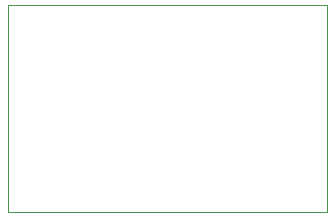
<source format=gm1>
%TF.GenerationSoftware,KiCad,Pcbnew,9.0.6-9.0.6~ubuntu22.04.1*%
%TF.CreationDate,2026-01-23T17:01:44+00:00*%
%TF.ProjectId,vm_rotary_button,766d5f72-6f74-4617-9279-5f627574746f,0.4*%
%TF.SameCoordinates,PX5742de0PY47868c0*%
%TF.FileFunction,Profile,NP*%
%FSLAX45Y45*%
G04 Gerber Fmt 4.5, Leading zero omitted, Abs format (unit mm)*
G04 Created by KiCad (PCBNEW 9.0.6-9.0.6~ubuntu22.04.1) date 2026-01-23 17:01:44*
%MOMM*%
%LPD*%
G01*
G04 APERTURE LIST*
%TA.AperFunction,Profile*%
%ADD10C,0.050000*%
%TD*%
G04 APERTURE END LIST*
D10*
X-1350000Y875000D02*
X1350000Y875000D01*
X1350000Y-875000D01*
X-1350000Y-875000D01*
X-1350000Y875000D01*
M02*

</source>
